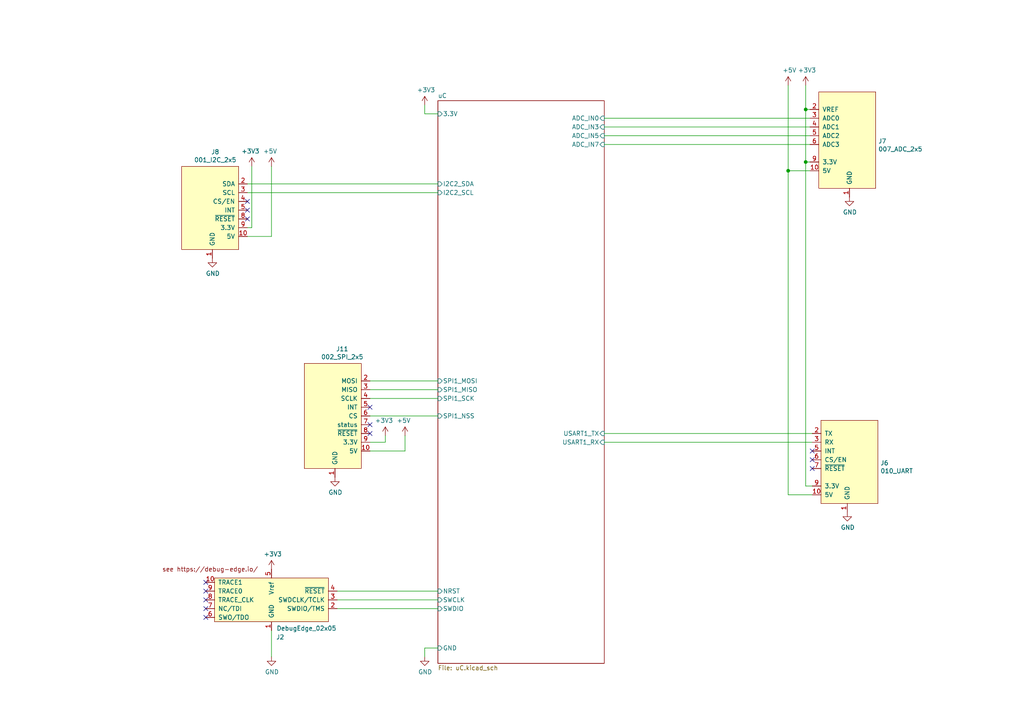
<source format=kicad_sch>
(kicad_sch (version 20211123) (generator eeschema)
  (paper "A4")
  (lib_symbols
    (symbol "power:+3.3V" (power) (pin_names (offset 0))
      (property "Value" "+3.3V" (at 0 3.556 0))
      (symbol "+3.3V_0_1"
        (polyline (pts (xy -0.762 1.27) (xy 0 2.54)))
        (polyline (pts (xy 0 0) (xy 0 2.54)))
        (polyline (pts (xy 0 2.54) (xy 0.762 1.27)))
      )
      (symbol "+3.3V_1_1"
        (pin power_in line (at 0 0 90) (length 0) hide (name "+3V3") (number "1"))
      )
    )
    (symbol "power:+5V" (power) (pin_names (offset 0))
      (property "Value" "+5V" (at 0 3.556 0))
      (symbol "+5V_0_1"
        (polyline (pts (xy -0.762 1.27) (xy 0 2.54)))
        (polyline (pts (xy 0 0) (xy 0 2.54)))
        (polyline (pts (xy 0 2.54) (xy 0.762 1.27)))
      )
      (symbol "+5V_1_1"
        (pin power_in line (at 0 0 90) (length 0) hide (name "+5V") (number "1"))
      )
    )
    (symbol "power:GND" (power) (pin_names (offset 0))
      (property "Value" "GND" (at 0 -3.81 0))
      (symbol "GND_0_1"
        (polyline (pts (xy 0 0) (xy 0 -1.27) (xy 1.27 -1.27) (xy 0 -2.54) (xy -1.27 -1.27) (xy 0 -1.27)))
      )
      (symbol "GND_1_1"
        (pin power_in line (at 0 0 270) (length 0) hide (name "GND") (number "1"))
      )
    )
    (symbol "put_on_edge:001_I2C" (pin_names (offset 1.016))
      (property "Reference" "J" (at -2.54 13.97 0))
      (property "Value" "001_I2C" (at 8.89 13.97 0))
      (symbol "001_I2C_0_1"
        (rectangle (start -8.89 12.7) (end 7.62 -11.43) (fill (type background)))
      )
      (symbol "001_I2C_1_1"
        (pin power_in line (at -1.27 -13.97 90) (length 2.54) (name "GND") (number "1"))
        (pin power_in line (at -11.43 -7.62 0) (length 2.54) (name "5V") (number "10"))
        (pin bidirectional line (at -11.43 7.62 0) (length 2.54) (name "SDA") (number "2"))
        (pin bidirectional line (at -11.43 5.08 0) (length 2.54) (name "SCL") (number "3"))
        (pin bidirectional line (at -11.43 2.54 0) (length 2.54) (name "CS/EN") (number "4"))
        (pin bidirectional line (at -11.43 0 0) (length 2.54) (name "INT") (number "5"))
        (pin bidirectional line (at -11.43 -2.54 0) (length 2.54) (name "~{RESET}") (number "8"))
        (pin power_in line (at -11.43 -5.08 0) (length 2.54) (name "3.3V") (number "9"))
      )
    )
    (symbol "put_on_edge:002_SPI" (pin_names (offset 1.016))
      (property "Reference" "J" (at -1.27 13.97 0))
      (property "Value" "002_SPI" (at 10.16 13.97 0))
      (symbol "002_SPI_0_1"
        (rectangle (start -7.62 12.7) (end 8.89 -17.78) (fill (type background)))
      )
      (symbol "002_SPI_1_1"
        (pin power_in line (at 0 -20.32 90) (length 2.54) (name "GND") (number "1"))
        (pin power_in line (at -10.16 -12.7 0) (length 2.54) (name "5V") (number "10"))
        (pin bidirectional line (at -10.16 7.62 0) (length 2.54) (name "MOSI") (number "2"))
        (pin bidirectional line (at -10.16 5.08 0) (length 2.54) (name "MISO") (number "3"))
        (pin bidirectional line (at -10.16 2.54 0) (length 2.54) (name "SCLK") (number "4"))
        (pin bidirectional line (at -10.16 0 0) (length 2.54) (name "INT") (number "5"))
        (pin bidirectional line (at -10.16 -2.54 0) (length 2.54) (name "CS") (number "6"))
        (pin bidirectional line (at -10.16 -5.08 0) (length 2.54) (name "status") (number "7"))
        (pin bidirectional line (at -10.16 -7.62 0) (length 2.54) (name "~{RESET}") (number "8"))
        (pin power_in line (at -10.16 -10.16 0) (length 2.54) (name "3.3V") (number "9"))
      )
    )
    (symbol "put_on_edge:007_ADC" (pin_names (offset 1.016))
      (property "Reference" "J" (at -2.54 13.97 0))
      (property "Value" "007_ADC" (at 8.89 13.97 0))
      (symbol "007_ADC_0_1"
        (rectangle (start -8.89 12.7) (end 7.62 -15.24) (fill (type background)))
      )
      (symbol "007_ADC_1_1"
        (pin power_in line (at 0 -17.78 90) (length 2.54) (name "GND") (number "1"))
        (pin bidirectional line (at -11.43 -10.16 0) (length 2.54) (name "5V") (number "10"))
        (pin bidirectional line (at -11.43 7.62 0) (length 2.54) (name "VREF") (number "2"))
        (pin power_in line (at -11.43 5.08 0) (length 2.54) (name "ADC0") (number "3"))
        (pin bidirectional line (at -11.43 2.54 0) (length 2.54) (name "ADC1") (number "4"))
        (pin bidirectional line (at -11.43 0 0) (length 2.54) (name "ADC2") (number "5"))
        (pin bidirectional line (at -11.43 -2.54 0) (length 2.54) (name "ADC3") (number "6"))
        (pin bidirectional line (at -11.43 -7.62 0) (length 2.54) (name "3.3V") (number "9"))
      )
    )
    (symbol "put_on_edge:010_UART" (pin_names (offset 1.016))
      (property "Reference" "J" (at -2.54 13.97 0))
      (property "Value" "010_UART" (at 8.89 13.97 0))
      (symbol "010_UART_0_1"
        (rectangle (start -8.89 12.7) (end 7.62 -11.43) (fill (type background)))
      )
      (symbol "010_UART_1_1"
        (pin power_in line (at -1.27 -13.97 90) (length 2.54) (name "GND") (number "1"))
        (pin power_in line (at -11.43 -8.89 0) (length 2.54) (name "5V") (number "10"))
        (pin bidirectional line (at -11.43 8.89 0) (length 2.54) (name "TX") (number "2"))
        (pin bidirectional line (at -11.43 6.35 0) (length 2.54) (name "RX") (number "3"))
        (pin bidirectional line (at -11.43 3.81 0) (length 2.54) (name "INT") (number "5"))
        (pin bidirectional line (at -11.43 1.27 0) (length 2.54) (name "CS/EN") (number "6"))
        (pin bidirectional line (at -11.43 -1.27 0) (length 2.54) (name "~{RESET}") (number "7"))
        (pin power_in line (at -11.43 -6.35 0) (length 2.54) (name "3.3V") (number "9"))
      )
    )
    (symbol "put_on_edge:DebugEdge_02x05" (pin_names (offset 1.016))
      (property "Reference" "J" (at -10.16 7.62 0))
      (property "Value" "DebugEdge_02x05" (at 11.43 7.62 0))
      (symbol "DebugEdge_02x05_0_0"
        (text "see https://debug-edge.io/" (at 17.78 -8.89 0) (effects (font (size 1.27 1.27))))
      )
      (symbol "DebugEdge_02x05_0_1"
        (rectangle (start -16.51 6.35) (end 16.51 -6.35) (fill (type background)))
      )
      (symbol "DebugEdge_02x05_1_1"
        (pin power_in line (at 0 8.89 270) (length 2.54) (name "GND") (number "1"))
        (pin bidirectional line (at 19.05 -5.08 180) (length 2.54) (name "TRACE1") (number "10"))
        (pin bidirectional line (at -19.05 2.54 0) (length 2.54) (name "SWDIO/TMS") (number "2"))
        (pin bidirectional line (at -19.05 0 0) (length 2.54) (name "SWDCLK/TCLK") (number "3"))
        (pin bidirectional line (at -19.05 -2.54 0) (length 2.54) (name "~{RESET}") (number "4"))
        (pin power_in line (at 0 -8.89 90) (length 2.54) (name "Vref") (number "5"))
        (pin bidirectional line (at 19.05 5.08 180) (length 2.54) (name "SWO/TDO") (number "6"))
        (pin bidirectional line (at 19.05 2.54 180) (length 2.54) (name "NC/TDI") (number "7"))
        (pin bidirectional line (at 19.05 0 180) (length 2.54) (name "TRACE_CLK") (number "8"))
        (pin bidirectional line (at 19.05 -2.54 180) (length 2.54) (name "TRACE0") (number "9"))
      )
    )
  )
  (junction (at 233.68 46.99))
  (junction (at 228.6 49.53))
  (junction (at 233.68 31.75))
  (no_connect (at 107.315 118.11))
  (no_connect (at 59.69 171.45))
  (no_connect (at 59.69 176.53))
  (no_connect (at 107.315 125.73))
  (no_connect (at 59.69 168.91))
  (no_connect (at 235.585 130.81))
  (no_connect (at 59.69 179.07))
  (no_connect (at 71.755 58.42))
  (no_connect (at 235.585 135.89))
  (no_connect (at 107.315 123.19))
  (no_connect (at 71.755 63.5))
  (no_connect (at 235.585 133.35))
  (no_connect (at 59.69 173.99))
  (no_connect (at 71.755 60.96))
  (wire (pts (xy 234.95 36.83) (xy 175.26 36.83)))
  (wire (pts (xy 97.79 173.99) (xy 127 173.99)))
  (wire (pts (xy 233.68 31.75) (xy 233.68 46.99)))
  (wire (pts (xy 228.6 24.765) (xy 228.6 49.53)))
  (wire (pts (xy 228.6 49.53) (xy 234.95 49.53)))
  (wire (pts (xy 233.68 140.97) (xy 235.585 140.97)))
  (wire (pts (xy 107.315 110.49) (xy 127 110.49)))
  (wire (pts (xy 97.79 171.45) (xy 127 171.45)))
  (wire (pts (xy 234.95 41.91) (xy 175.26 41.91)))
  (wire (pts (xy 175.26 125.73) (xy 235.585 125.73)))
  (wire (pts (xy 233.68 31.75) (xy 234.95 31.75)))
  (wire (pts (xy 235.585 128.27) (xy 175.26 128.27)))
  (wire (pts (xy 233.68 46.99) (xy 233.68 140.97)))
  (wire (pts (xy 111.76 128.27) (xy 107.315 128.27)))
  (wire (pts (xy 233.68 24.765) (xy 233.68 31.75)))
  (wire (pts (xy 234.95 34.29) (xy 175.26 34.29)))
  (wire (pts (xy 127 115.57) (xy 107.315 115.57)))
  (wire (pts (xy 107.315 120.65) (xy 127 120.65)))
  (wire (pts (xy 71.755 53.34) (xy 127 53.34)))
  (wire (pts (xy 78.74 190.5) (xy 78.74 182.88)))
  (wire (pts (xy 71.755 55.88) (xy 127 55.88)))
  (wire (pts (xy 97.79 176.53) (xy 127 176.53)))
  (wire (pts (xy 235.585 143.51) (xy 228.6 143.51)))
  (wire (pts (xy 111.76 126.365) (xy 111.76 128.27)))
  (wire (pts (xy 71.755 68.58) (xy 78.74 68.58)))
  (wire (pts (xy 123.19 33.02) (xy 127 33.02)))
  (wire (pts (xy 228.6 49.53) (xy 228.6 143.51)))
  (wire (pts (xy 123.19 187.96) (xy 127 187.96)))
  (wire (pts (xy 73.025 48.26) (xy 73.025 66.04)))
  (wire (pts (xy 123.19 30.48) (xy 123.19 33.02)))
  (wire (pts (xy 123.19 190.5) (xy 123.19 187.96)))
  (wire (pts (xy 78.74 48.26) (xy 78.74 68.58)))
  (wire (pts (xy 107.315 130.81) (xy 117.475 130.81)))
  (wire (pts (xy 107.315 113.03) (xy 127 113.03)))
  (wire (pts (xy 233.68 46.99) (xy 234.95 46.99)))
  (wire (pts (xy 71.755 66.04) (xy 73.025 66.04)))
  (wire (pts (xy 117.475 130.81) (xy 117.475 126.365)))
  (wire (pts (xy 234.95 39.37) (xy 175.26 39.37)))
  (symbol (lib_id "put_on_edge:DebugEdge_02x05") (at 78.74 173.99 180) (unit 1)
    (property "Reference" "J2" (at 81.28 184.785 0))
    (property "Value" "DebugEdge_02x05" (at 88.9 182.245 0))
    (property "Footprint" "on_edge:on_edge_2x05_device" (effects hide))
  )
  (symbol (lib_id "put_on_edge:007_ADC") (at 246.38 39.37 0) (unit 1)
    (property "Reference" "J7" (at 254.7112 40.9448 0) (effects (justify left)))
    (property "Value" "007_ADC_2x5" (at 254.7112 43.2562 0) (effects (justify left)))
    (property "Footprint" "on_edge:on_edge_2x05_host" (effects hide))
  )
  (symbol (lib_id "power:GND") (at 246.38 57.15 0) (unit 1)
    (property "Reference" "#PWR0101" (effects hide))
    (property "Value" "GND" (at 246.507 61.5442 0))
  )
  (symbol (lib_id "power:+3.3V") (at 233.68 24.765 0) (unit 1)
    (property "Reference" "#PWR0128" (effects hide))
    (property "Value" "+3.3V" (at 234.061 20.3708 0))
  )
  (symbol (lib_id "power:GND") (at 78.74 190.5 0) (unit 1)
    (property "Reference" "#PWR0129" (effects hide))
    (property "Value" "GND" (at 78.867 194.8942 0))
  )
  (symbol (lib_id "power:+3.3V") (at 78.74 165.1 0) (unit 1)
    (property "Reference" "#PWR0130" (effects hide))
    (property "Value" "+3.3V" (at 79.121 160.7058 0))
  )
  (symbol (lib_id "put_on_edge:001_I2C") (at 60.325 60.96 0) (mirror y) (unit 1)
    (property "Reference" "J8" (at 62.4332 44.069 0))
    (property "Value" "001_I2C_2x5" (at 62.4332 46.3804 0))
    (property "Footprint" "on_edge:on_edge_2x05_up_host" (effects hide))
  )
  (symbol (lib_id "power:GND") (at 61.595 74.93 0) (unit 1)
    (property "Reference" "#PWR0135" (effects hide))
    (property "Value" "GND" (at 61.722 79.3242 0))
  )
  (symbol (lib_id "power:+3.3V") (at 73.025 48.26 0) (mirror y) (unit 1)
    (property "Reference" "#PWR0136" (effects hide))
    (property "Value" "+3.3V" (at 72.644 43.8658 0))
  )
  (symbol (lib_id "power:+5V") (at 78.74 48.26 0) (mirror y) (unit 1)
    (property "Reference" "#PWR0137" (effects hide))
    (property "Value" "+5V" (at 78.359 43.8658 0))
  )
  (symbol (lib_id "put_on_edge:002_SPI") (at 97.155 118.11 0) (mirror y) (unit 1)
    (property "Reference" "J11" (at 99.2632 101.219 0))
    (property "Value" "002_SPI_2x5" (at 99.2632 103.5304 0))
    (property "Footprint" "on_edge:on_edge_2x05_up_host" (effects hide))
  )
  (symbol (lib_id "power:GND") (at 97.155 138.43 0) (unit 1)
    (property "Reference" "#PWR0144" (effects hide))
    (property "Value" "GND" (at 97.282 142.8242 0))
  )
  (symbol (lib_id "power:+3.3V") (at 111.76 126.365 0) (mirror y) (unit 1)
    (property "Reference" "#PWR0145" (effects hide))
    (property "Value" "+3.3V" (at 111.379 121.9708 0))
  )
  (symbol (lib_id "power:+5V") (at 117.475 126.365 0) (mirror y) (unit 1)
    (property "Reference" "#PWR0146" (effects hide))
    (property "Value" "+5V" (at 117.094 121.9708 0))
  )
  (symbol (lib_id "power:+5V") (at 228.6 24.765 0) (unit 1)
    (property "Reference" "#PWR0153" (effects hide))
    (property "Value" "+5V" (at 228.981 20.3708 0))
  )
  (symbol (lib_id "put_on_edge:010_UART") (at 247.015 134.62 0) (unit 1)
    (property "Reference" "J6" (at 255.3462 134.2898 0) (effects (justify left)))
    (property "Value" "010_UART" (at 255.3462 136.6012 0) (effects (justify left)))
    (property "Footprint" "on_edge:on_edge_2x05_up_host" (effects hide))
  )
  (symbol (lib_id "power:GND") (at 245.745 148.59 0) (unit 1)
    (property "Reference" "#PWR0112" (effects hide))
    (property "Value" "GND" (at 245.872 152.9842 0))
  )
  (symbol (lib_id "power:GND") (at 123.19 190.5 0) (unit 1)
    (property "Reference" "#PWR?" (effects hide))
    (property "Value" "GND" (at 123.317 194.8942 0))
  )
  (symbol (lib_id "power:+3.3V") (at 123.19 30.48 0) (unit 1)
    (property "Reference" "#PWR?" (effects hide))
    (property "Value" "+3.3V" (at 123.571 26.0858 0))
  )
  (sheet (at 127 29.21) (size 48.26 163.195)
    (property "Sheet name" "uC" (at 127 28.4984 0) (effects (justify left bottom)))
    (property "Sheet file" "uC.kicad_sch" (at 127 192.9896 0) (effects (justify left top)))
    (pin "USART1_TX" input (at 175.26 125.73 0))
    (pin "SWDIO" input (at 127 176.53 180))
    (pin "SPI1_MISO" input (at 127 113.03 180))
    (pin "GND" input (at 127 187.96 180))
    (pin "3.3V" input (at 127 33.02 180))
    (pin "USART1_RX" input (at 175.26 128.27 0))
    (pin "I2C2_SDA" input (at 127 53.34 180))
    (pin "SWCLK" input (at 127 173.99 180))
    (pin "ADC_IN7" input (at 175.26 41.91 0))
    (pin "I2C2_SCL" input (at 127 55.88 180))
    (pin "SPI1_NSS" input (at 127 120.65 180))
    (pin "ADC_IN5" input (at 175.26 39.37 0))
    (pin "SPI1_MOSI" input (at 127 110.49 180))
    (pin "SPI1_SCK" input (at 127 115.57 180))
    (pin "NRST" input (at 127 171.45 180))
    (pin "ADC_IN0" input (at 175.26 34.29 0))
    (pin "ADC_IN3" input (at 175.26 36.83 0))
  )
)
</source>
